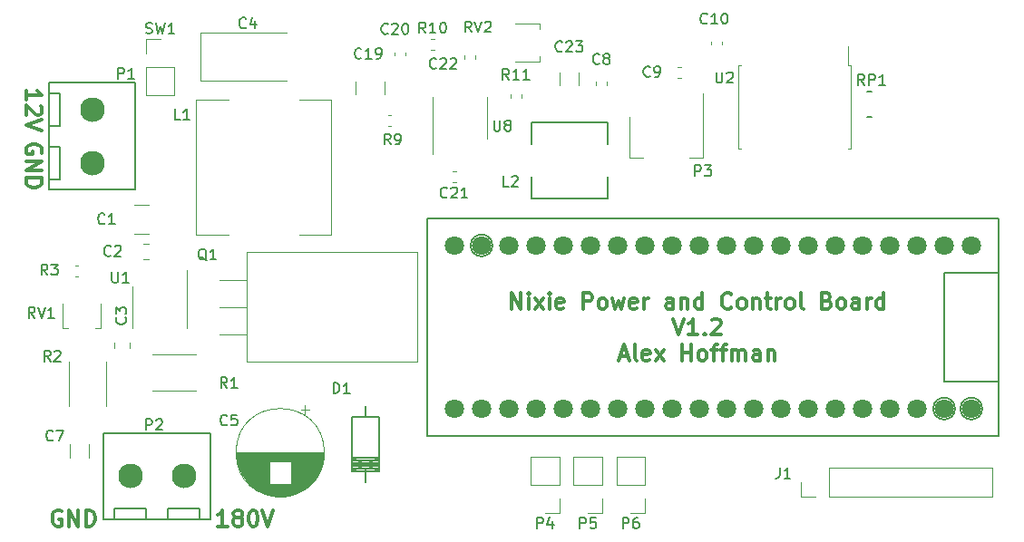
<source format=gto>
G04 #@! TF.GenerationSoftware,KiCad,Pcbnew,(6.0.5)*
G04 #@! TF.CreationDate,2022-05-31T00:33:45+02:00*
G04 #@! TF.ProjectId,nixie_control_board,6e697869-655f-4636-9f6e-74726f6c5f62,rev?*
G04 #@! TF.SameCoordinates,Original*
G04 #@! TF.FileFunction,Legend,Top*
G04 #@! TF.FilePolarity,Positive*
%FSLAX46Y46*%
G04 Gerber Fmt 4.6, Leading zero omitted, Abs format (unit mm)*
G04 Created by KiCad (PCBNEW (6.0.5)) date 2022-05-31 00:33:45*
%MOMM*%
%LPD*%
G01*
G04 APERTURE LIST*
%ADD10C,0.300000*%
%ADD11C,0.150000*%
%ADD12C,0.120000*%
%ADD13C,1.800000*%
%ADD14C,2.300000*%
G04 APERTURE END LIST*
D10*
X108452800Y-76301542D02*
X108524228Y-76158685D01*
X108524228Y-75944400D01*
X108452800Y-75730114D01*
X108309942Y-75587257D01*
X108167085Y-75515828D01*
X107881371Y-75444400D01*
X107667085Y-75444400D01*
X107381371Y-75515828D01*
X107238514Y-75587257D01*
X107095657Y-75730114D01*
X107024228Y-75944400D01*
X107024228Y-76087257D01*
X107095657Y-76301542D01*
X107167085Y-76372971D01*
X107667085Y-76372971D01*
X107667085Y-76087257D01*
X107024228Y-77015828D02*
X108524228Y-77015828D01*
X107024228Y-77872971D01*
X108524228Y-77872971D01*
X107024228Y-78587257D02*
X108524228Y-78587257D01*
X108524228Y-78944400D01*
X108452800Y-79158685D01*
X108309942Y-79301542D01*
X108167085Y-79372971D01*
X107881371Y-79444400D01*
X107667085Y-79444400D01*
X107381371Y-79372971D01*
X107238514Y-79301542D01*
X107095657Y-79158685D01*
X107024228Y-78944400D01*
X107024228Y-78587257D01*
X110324342Y-109694400D02*
X110181485Y-109622971D01*
X109967200Y-109622971D01*
X109752914Y-109694400D01*
X109610057Y-109837257D01*
X109538628Y-109980114D01*
X109467200Y-110265828D01*
X109467200Y-110480114D01*
X109538628Y-110765828D01*
X109610057Y-110908685D01*
X109752914Y-111051542D01*
X109967200Y-111122971D01*
X110110057Y-111122971D01*
X110324342Y-111051542D01*
X110395771Y-110980114D01*
X110395771Y-110480114D01*
X110110057Y-110480114D01*
X111038628Y-111122971D02*
X111038628Y-109622971D01*
X111895771Y-111122971D01*
X111895771Y-109622971D01*
X112610057Y-111122971D02*
X112610057Y-109622971D01*
X112967200Y-109622971D01*
X113181485Y-109694400D01*
X113324342Y-109837257D01*
X113395771Y-109980114D01*
X113467200Y-110265828D01*
X113467200Y-110480114D01*
X113395771Y-110765828D01*
X113324342Y-110908685D01*
X113181485Y-111051542D01*
X112967200Y-111122971D01*
X112610057Y-111122971D01*
X152380457Y-90821771D02*
X152380457Y-89321771D01*
X153237599Y-90821771D01*
X153237599Y-89321771D01*
X153951885Y-90821771D02*
X153951885Y-89821771D01*
X153951885Y-89321771D02*
X153880457Y-89393200D01*
X153951885Y-89464628D01*
X154023314Y-89393200D01*
X153951885Y-89321771D01*
X153951885Y-89464628D01*
X154523314Y-90821771D02*
X155309028Y-89821771D01*
X154523314Y-89821771D02*
X155309028Y-90821771D01*
X155880457Y-90821771D02*
X155880457Y-89821771D01*
X155880457Y-89321771D02*
X155809028Y-89393200D01*
X155880457Y-89464628D01*
X155951885Y-89393200D01*
X155880457Y-89321771D01*
X155880457Y-89464628D01*
X157166171Y-90750342D02*
X157023314Y-90821771D01*
X156737599Y-90821771D01*
X156594742Y-90750342D01*
X156523314Y-90607485D01*
X156523314Y-90036057D01*
X156594742Y-89893200D01*
X156737599Y-89821771D01*
X157023314Y-89821771D01*
X157166171Y-89893200D01*
X157237599Y-90036057D01*
X157237599Y-90178914D01*
X156523314Y-90321771D01*
X159023314Y-90821771D02*
X159023314Y-89321771D01*
X159594742Y-89321771D01*
X159737599Y-89393200D01*
X159809028Y-89464628D01*
X159880457Y-89607485D01*
X159880457Y-89821771D01*
X159809028Y-89964628D01*
X159737599Y-90036057D01*
X159594742Y-90107485D01*
X159023314Y-90107485D01*
X160737599Y-90821771D02*
X160594742Y-90750342D01*
X160523314Y-90678914D01*
X160451885Y-90536057D01*
X160451885Y-90107485D01*
X160523314Y-89964628D01*
X160594742Y-89893200D01*
X160737599Y-89821771D01*
X160951885Y-89821771D01*
X161094742Y-89893200D01*
X161166171Y-89964628D01*
X161237599Y-90107485D01*
X161237599Y-90536057D01*
X161166171Y-90678914D01*
X161094742Y-90750342D01*
X160951885Y-90821771D01*
X160737599Y-90821771D01*
X161737599Y-89821771D02*
X162023314Y-90821771D01*
X162309028Y-90107485D01*
X162594742Y-90821771D01*
X162880457Y-89821771D01*
X164023314Y-90750342D02*
X163880457Y-90821771D01*
X163594742Y-90821771D01*
X163451885Y-90750342D01*
X163380457Y-90607485D01*
X163380457Y-90036057D01*
X163451885Y-89893200D01*
X163594742Y-89821771D01*
X163880457Y-89821771D01*
X164023314Y-89893200D01*
X164094742Y-90036057D01*
X164094742Y-90178914D01*
X163380457Y-90321771D01*
X164737599Y-90821771D02*
X164737599Y-89821771D01*
X164737599Y-90107485D02*
X164809028Y-89964628D01*
X164880457Y-89893200D01*
X165023314Y-89821771D01*
X165166171Y-89821771D01*
X167451885Y-90821771D02*
X167451885Y-90036057D01*
X167380457Y-89893200D01*
X167237599Y-89821771D01*
X166951885Y-89821771D01*
X166809028Y-89893200D01*
X167451885Y-90750342D02*
X167309028Y-90821771D01*
X166951885Y-90821771D01*
X166809028Y-90750342D01*
X166737599Y-90607485D01*
X166737599Y-90464628D01*
X166809028Y-90321771D01*
X166951885Y-90250342D01*
X167309028Y-90250342D01*
X167451885Y-90178914D01*
X168166171Y-89821771D02*
X168166171Y-90821771D01*
X168166171Y-89964628D02*
X168237599Y-89893200D01*
X168380457Y-89821771D01*
X168594742Y-89821771D01*
X168737599Y-89893200D01*
X168809028Y-90036057D01*
X168809028Y-90821771D01*
X170166171Y-90821771D02*
X170166171Y-89321771D01*
X170166171Y-90750342D02*
X170023314Y-90821771D01*
X169737599Y-90821771D01*
X169594742Y-90750342D01*
X169523314Y-90678914D01*
X169451885Y-90536057D01*
X169451885Y-90107485D01*
X169523314Y-89964628D01*
X169594742Y-89893200D01*
X169737599Y-89821771D01*
X170023314Y-89821771D01*
X170166171Y-89893200D01*
X172880457Y-90678914D02*
X172809028Y-90750342D01*
X172594742Y-90821771D01*
X172451885Y-90821771D01*
X172237599Y-90750342D01*
X172094742Y-90607485D01*
X172023314Y-90464628D01*
X171951885Y-90178914D01*
X171951885Y-89964628D01*
X172023314Y-89678914D01*
X172094742Y-89536057D01*
X172237599Y-89393200D01*
X172451885Y-89321771D01*
X172594742Y-89321771D01*
X172809028Y-89393200D01*
X172880457Y-89464628D01*
X173737599Y-90821771D02*
X173594742Y-90750342D01*
X173523314Y-90678914D01*
X173451885Y-90536057D01*
X173451885Y-90107485D01*
X173523314Y-89964628D01*
X173594742Y-89893200D01*
X173737599Y-89821771D01*
X173951885Y-89821771D01*
X174094742Y-89893200D01*
X174166171Y-89964628D01*
X174237599Y-90107485D01*
X174237599Y-90536057D01*
X174166171Y-90678914D01*
X174094742Y-90750342D01*
X173951885Y-90821771D01*
X173737599Y-90821771D01*
X174880457Y-89821771D02*
X174880457Y-90821771D01*
X174880457Y-89964628D02*
X174951885Y-89893200D01*
X175094742Y-89821771D01*
X175309028Y-89821771D01*
X175451885Y-89893200D01*
X175523314Y-90036057D01*
X175523314Y-90821771D01*
X176023314Y-89821771D02*
X176594742Y-89821771D01*
X176237600Y-89321771D02*
X176237600Y-90607485D01*
X176309028Y-90750342D01*
X176451885Y-90821771D01*
X176594742Y-90821771D01*
X177094742Y-90821771D02*
X177094742Y-89821771D01*
X177094742Y-90107485D02*
X177166171Y-89964628D01*
X177237600Y-89893200D01*
X177380457Y-89821771D01*
X177523314Y-89821771D01*
X178237600Y-90821771D02*
X178094742Y-90750342D01*
X178023314Y-90678914D01*
X177951885Y-90536057D01*
X177951885Y-90107485D01*
X178023314Y-89964628D01*
X178094742Y-89893200D01*
X178237600Y-89821771D01*
X178451885Y-89821771D01*
X178594742Y-89893200D01*
X178666171Y-89964628D01*
X178737600Y-90107485D01*
X178737600Y-90536057D01*
X178666171Y-90678914D01*
X178594742Y-90750342D01*
X178451885Y-90821771D01*
X178237600Y-90821771D01*
X179594742Y-90821771D02*
X179451885Y-90750342D01*
X179380457Y-90607485D01*
X179380457Y-89321771D01*
X181809028Y-90036057D02*
X182023314Y-90107485D01*
X182094742Y-90178914D01*
X182166171Y-90321771D01*
X182166171Y-90536057D01*
X182094742Y-90678914D01*
X182023314Y-90750342D01*
X181880457Y-90821771D01*
X181309028Y-90821771D01*
X181309028Y-89321771D01*
X181809028Y-89321771D01*
X181951885Y-89393200D01*
X182023314Y-89464628D01*
X182094742Y-89607485D01*
X182094742Y-89750342D01*
X182023314Y-89893200D01*
X181951885Y-89964628D01*
X181809028Y-90036057D01*
X181309028Y-90036057D01*
X183023314Y-90821771D02*
X182880457Y-90750342D01*
X182809028Y-90678914D01*
X182737600Y-90536057D01*
X182737600Y-90107485D01*
X182809028Y-89964628D01*
X182880457Y-89893200D01*
X183023314Y-89821771D01*
X183237600Y-89821771D01*
X183380457Y-89893200D01*
X183451885Y-89964628D01*
X183523314Y-90107485D01*
X183523314Y-90536057D01*
X183451885Y-90678914D01*
X183380457Y-90750342D01*
X183237600Y-90821771D01*
X183023314Y-90821771D01*
X184809028Y-90821771D02*
X184809028Y-90036057D01*
X184737600Y-89893200D01*
X184594742Y-89821771D01*
X184309028Y-89821771D01*
X184166171Y-89893200D01*
X184809028Y-90750342D02*
X184666171Y-90821771D01*
X184309028Y-90821771D01*
X184166171Y-90750342D01*
X184094742Y-90607485D01*
X184094742Y-90464628D01*
X184166171Y-90321771D01*
X184309028Y-90250342D01*
X184666171Y-90250342D01*
X184809028Y-90178914D01*
X185523314Y-90821771D02*
X185523314Y-89821771D01*
X185523314Y-90107485D02*
X185594742Y-89964628D01*
X185666171Y-89893200D01*
X185809028Y-89821771D01*
X185951885Y-89821771D01*
X187094742Y-90821771D02*
X187094742Y-89321771D01*
X187094742Y-90750342D02*
X186951885Y-90821771D01*
X186666171Y-90821771D01*
X186523314Y-90750342D01*
X186451885Y-90678914D01*
X186380457Y-90536057D01*
X186380457Y-90107485D01*
X186451885Y-89964628D01*
X186523314Y-89893200D01*
X186666171Y-89821771D01*
X186951885Y-89821771D01*
X187094742Y-89893200D01*
X167451885Y-91736771D02*
X167951885Y-93236771D01*
X168451885Y-91736771D01*
X169737600Y-93236771D02*
X168880457Y-93236771D01*
X169309028Y-93236771D02*
X169309028Y-91736771D01*
X169166171Y-91951057D01*
X169023314Y-92093914D01*
X168880457Y-92165342D01*
X170380457Y-93093914D02*
X170451885Y-93165342D01*
X170380457Y-93236771D01*
X170309028Y-93165342D01*
X170380457Y-93093914D01*
X170380457Y-93236771D01*
X171023314Y-91879628D02*
X171094742Y-91808200D01*
X171237600Y-91736771D01*
X171594742Y-91736771D01*
X171737600Y-91808200D01*
X171809028Y-91879628D01*
X171880457Y-92022485D01*
X171880457Y-92165342D01*
X171809028Y-92379628D01*
X170951885Y-93236771D01*
X171880457Y-93236771D01*
X162487600Y-95223200D02*
X163201885Y-95223200D01*
X162344742Y-95651771D02*
X162844742Y-94151771D01*
X163344742Y-95651771D01*
X164059028Y-95651771D02*
X163916171Y-95580342D01*
X163844742Y-95437485D01*
X163844742Y-94151771D01*
X165201885Y-95580342D02*
X165059028Y-95651771D01*
X164773314Y-95651771D01*
X164630457Y-95580342D01*
X164559028Y-95437485D01*
X164559028Y-94866057D01*
X164630457Y-94723200D01*
X164773314Y-94651771D01*
X165059028Y-94651771D01*
X165201885Y-94723200D01*
X165273314Y-94866057D01*
X165273314Y-95008914D01*
X164559028Y-95151771D01*
X165773314Y-95651771D02*
X166559028Y-94651771D01*
X165773314Y-94651771D02*
X166559028Y-95651771D01*
X168273314Y-95651771D02*
X168273314Y-94151771D01*
X168273314Y-94866057D02*
X169130457Y-94866057D01*
X169130457Y-95651771D02*
X169130457Y-94151771D01*
X170059028Y-95651771D02*
X169916171Y-95580342D01*
X169844742Y-95508914D01*
X169773314Y-95366057D01*
X169773314Y-94937485D01*
X169844742Y-94794628D01*
X169916171Y-94723200D01*
X170059028Y-94651771D01*
X170273314Y-94651771D01*
X170416171Y-94723200D01*
X170487600Y-94794628D01*
X170559028Y-94937485D01*
X170559028Y-95366057D01*
X170487600Y-95508914D01*
X170416171Y-95580342D01*
X170273314Y-95651771D01*
X170059028Y-95651771D01*
X170987600Y-94651771D02*
X171559028Y-94651771D01*
X171201885Y-95651771D02*
X171201885Y-94366057D01*
X171273314Y-94223200D01*
X171416171Y-94151771D01*
X171559028Y-94151771D01*
X171844742Y-94651771D02*
X172416171Y-94651771D01*
X172059028Y-95651771D02*
X172059028Y-94366057D01*
X172130457Y-94223200D01*
X172273314Y-94151771D01*
X172416171Y-94151771D01*
X172916171Y-95651771D02*
X172916171Y-94651771D01*
X172916171Y-94794628D02*
X172987600Y-94723200D01*
X173130457Y-94651771D01*
X173344742Y-94651771D01*
X173487600Y-94723200D01*
X173559028Y-94866057D01*
X173559028Y-95651771D01*
X173559028Y-94866057D02*
X173630457Y-94723200D01*
X173773314Y-94651771D01*
X173987600Y-94651771D01*
X174130457Y-94723200D01*
X174201885Y-94866057D01*
X174201885Y-95651771D01*
X175559028Y-95651771D02*
X175559028Y-94866057D01*
X175487600Y-94723200D01*
X175344742Y-94651771D01*
X175059028Y-94651771D01*
X174916171Y-94723200D01*
X175559028Y-95580342D02*
X175416171Y-95651771D01*
X175059028Y-95651771D01*
X174916171Y-95580342D01*
X174844742Y-95437485D01*
X174844742Y-95294628D01*
X174916171Y-95151771D01*
X175059028Y-95080342D01*
X175416171Y-95080342D01*
X175559028Y-95008914D01*
X176273314Y-94651771D02*
X176273314Y-95651771D01*
X176273314Y-94794628D02*
X176344742Y-94723200D01*
X176487599Y-94651771D01*
X176701885Y-94651771D01*
X176844742Y-94723200D01*
X176916171Y-94866057D01*
X176916171Y-95651771D01*
X107024228Y-71265828D02*
X107024228Y-70408685D01*
X107024228Y-70837257D02*
X108524228Y-70837257D01*
X108309942Y-70694400D01*
X108167085Y-70551542D01*
X108095657Y-70408685D01*
X108381371Y-71837257D02*
X108452800Y-71908685D01*
X108524228Y-72051542D01*
X108524228Y-72408685D01*
X108452800Y-72551542D01*
X108381371Y-72622971D01*
X108238514Y-72694400D01*
X108095657Y-72694400D01*
X107881371Y-72622971D01*
X107024228Y-71765828D01*
X107024228Y-72694400D01*
X108524228Y-73122971D02*
X107024228Y-73622971D01*
X108524228Y-74122971D01*
X125809942Y-111122971D02*
X124952800Y-111122971D01*
X125381371Y-111122971D02*
X125381371Y-109622971D01*
X125238514Y-109837257D01*
X125095657Y-109980114D01*
X124952800Y-110051542D01*
X126667085Y-110265828D02*
X126524228Y-110194400D01*
X126452800Y-110122971D01*
X126381371Y-109980114D01*
X126381371Y-109908685D01*
X126452800Y-109765828D01*
X126524228Y-109694400D01*
X126667085Y-109622971D01*
X126952800Y-109622971D01*
X127095657Y-109694400D01*
X127167085Y-109765828D01*
X127238514Y-109908685D01*
X127238514Y-109980114D01*
X127167085Y-110122971D01*
X127095657Y-110194400D01*
X126952800Y-110265828D01*
X126667085Y-110265828D01*
X126524228Y-110337257D01*
X126452800Y-110408685D01*
X126381371Y-110551542D01*
X126381371Y-110837257D01*
X126452800Y-110980114D01*
X126524228Y-111051542D01*
X126667085Y-111122971D01*
X126952800Y-111122971D01*
X127095657Y-111051542D01*
X127167085Y-110980114D01*
X127238514Y-110837257D01*
X127238514Y-110551542D01*
X127167085Y-110408685D01*
X127095657Y-110337257D01*
X126952800Y-110265828D01*
X128167085Y-109622971D02*
X128309942Y-109622971D01*
X128452800Y-109694400D01*
X128524228Y-109765828D01*
X128595657Y-109908685D01*
X128667085Y-110194400D01*
X128667085Y-110551542D01*
X128595657Y-110837257D01*
X128524228Y-110980114D01*
X128452800Y-111051542D01*
X128309942Y-111122971D01*
X128167085Y-111122971D01*
X128024228Y-111051542D01*
X127952800Y-110980114D01*
X127881371Y-110837257D01*
X127809942Y-110551542D01*
X127809942Y-110194400D01*
X127881371Y-109908685D01*
X127952800Y-109765828D01*
X128024228Y-109694400D01*
X128167085Y-109622971D01*
X129095657Y-109622971D02*
X129595657Y-111122971D01*
X130095657Y-109622971D01*
D11*
X185286133Y-69896780D02*
X184952800Y-69420590D01*
X184714704Y-69896780D02*
X184714704Y-68896780D01*
X185095657Y-68896780D01*
X185190895Y-68944400D01*
X185238514Y-68992019D01*
X185286133Y-69087257D01*
X185286133Y-69230114D01*
X185238514Y-69325352D01*
X185190895Y-69372971D01*
X185095657Y-69420590D01*
X184714704Y-69420590D01*
X185714704Y-69896780D02*
X185714704Y-68896780D01*
X186095657Y-68896780D01*
X186190895Y-68944400D01*
X186238514Y-68992019D01*
X186286133Y-69087257D01*
X186286133Y-69230114D01*
X186238514Y-69325352D01*
X186190895Y-69372971D01*
X186095657Y-69420590D01*
X185714704Y-69420590D01*
X187238514Y-69896780D02*
X186667085Y-69896780D01*
X186952800Y-69896780D02*
X186952800Y-68896780D01*
X186857561Y-69039638D01*
X186762323Y-69134876D01*
X186667085Y-69182495D01*
X171455295Y-68703980D02*
X171455295Y-69513504D01*
X171502914Y-69608742D01*
X171550533Y-69656361D01*
X171645771Y-69703980D01*
X171836247Y-69703980D01*
X171931485Y-69656361D01*
X171979104Y-69608742D01*
X172026723Y-69513504D01*
X172026723Y-68703980D01*
X172455295Y-68799219D02*
X172502914Y-68751600D01*
X172598152Y-68703980D01*
X172836247Y-68703980D01*
X172931485Y-68751600D01*
X172979104Y-68799219D01*
X173026723Y-68894457D01*
X173026723Y-68989695D01*
X172979104Y-69132552D01*
X172407676Y-69703980D01*
X173026723Y-69703980D01*
X125800533Y-98203980D02*
X125467200Y-97727790D01*
X125229104Y-98203980D02*
X125229104Y-97203980D01*
X125610057Y-97203980D01*
X125705295Y-97251600D01*
X125752914Y-97299219D01*
X125800533Y-97394457D01*
X125800533Y-97537314D01*
X125752914Y-97632552D01*
X125705295Y-97680171D01*
X125610057Y-97727790D01*
X125229104Y-97727790D01*
X126752914Y-98203980D02*
X126181485Y-98203980D01*
X126467200Y-98203980D02*
X126467200Y-97203980D01*
X126371961Y-97346838D01*
X126276723Y-97442076D01*
X126181485Y-97489695D01*
X123871961Y-86299219D02*
X123776723Y-86251600D01*
X123681485Y-86156361D01*
X123538628Y-86013504D01*
X123443390Y-85965885D01*
X123348152Y-85965885D01*
X123395771Y-86203980D02*
X123300533Y-86156361D01*
X123205295Y-86061123D01*
X123157676Y-85870647D01*
X123157676Y-85537314D01*
X123205295Y-85346838D01*
X123300533Y-85251600D01*
X123395771Y-85203980D01*
X123586247Y-85203980D01*
X123681485Y-85251600D01*
X123776723Y-85346838D01*
X123824342Y-85537314D01*
X123824342Y-85870647D01*
X123776723Y-86061123D01*
X123681485Y-86156361D01*
X123586247Y-86203980D01*
X123395771Y-86203980D01*
X124776723Y-86203980D02*
X124205295Y-86203980D01*
X124491009Y-86203980D02*
X124491009Y-85203980D01*
X124395771Y-85346838D01*
X124300533Y-85442076D01*
X124205295Y-85489695D01*
X135729104Y-98703980D02*
X135729104Y-97703980D01*
X135967200Y-97703980D01*
X136110057Y-97751600D01*
X136205295Y-97846838D01*
X136252914Y-97942076D01*
X136300533Y-98132552D01*
X136300533Y-98275409D01*
X136252914Y-98465885D01*
X136205295Y-98561123D01*
X136110057Y-98656361D01*
X135967200Y-98703980D01*
X135729104Y-98703980D01*
X137252914Y-98703980D02*
X136681485Y-98703980D01*
X136967200Y-98703980D02*
X136967200Y-97703980D01*
X136871961Y-97846838D01*
X136776723Y-97942076D01*
X136681485Y-97989695D01*
X154729104Y-111308980D02*
X154729104Y-110308980D01*
X155110057Y-110308980D01*
X155205295Y-110356600D01*
X155252914Y-110404219D01*
X155300533Y-110499457D01*
X155300533Y-110642314D01*
X155252914Y-110737552D01*
X155205295Y-110785171D01*
X155110057Y-110832790D01*
X154729104Y-110832790D01*
X156157676Y-110642314D02*
X156157676Y-111308980D01*
X155919580Y-110261361D02*
X155681485Y-110975647D01*
X156300533Y-110975647D01*
X177369466Y-105646780D02*
X177369466Y-106361066D01*
X177321847Y-106503923D01*
X177226609Y-106599161D01*
X177083752Y-106646780D01*
X176988514Y-106646780D01*
X178369466Y-106646780D02*
X177798038Y-106646780D01*
X178083752Y-106646780D02*
X178083752Y-105646780D01*
X177988514Y-105789638D01*
X177893276Y-105884876D01*
X177798038Y-105932495D01*
X114361133Y-82801542D02*
X114313514Y-82849161D01*
X114170657Y-82896780D01*
X114075419Y-82896780D01*
X113932561Y-82849161D01*
X113837323Y-82753923D01*
X113789704Y-82658685D01*
X113742085Y-82468209D01*
X113742085Y-82325352D01*
X113789704Y-82134876D01*
X113837323Y-82039638D01*
X113932561Y-81944400D01*
X114075419Y-81896780D01*
X114170657Y-81896780D01*
X114313514Y-81944400D01*
X114361133Y-81992019D01*
X115313514Y-82896780D02*
X114742085Y-82896780D01*
X115027800Y-82896780D02*
X115027800Y-81896780D01*
X114932561Y-82039638D01*
X114837323Y-82134876D01*
X114742085Y-82182495D01*
X116309942Y-91611066D02*
X116357561Y-91658685D01*
X116405180Y-91801542D01*
X116405180Y-91896780D01*
X116357561Y-92039638D01*
X116262323Y-92134876D01*
X116167085Y-92182495D01*
X115976609Y-92230114D01*
X115833752Y-92230114D01*
X115643276Y-92182495D01*
X115548038Y-92134876D01*
X115452800Y-92039638D01*
X115405180Y-91896780D01*
X115405180Y-91801542D01*
X115452800Y-91658685D01*
X115500419Y-91611066D01*
X115405180Y-91277733D02*
X115405180Y-90658685D01*
X115786133Y-90992019D01*
X115786133Y-90849161D01*
X115833752Y-90753923D01*
X115881371Y-90706304D01*
X115976609Y-90658685D01*
X116214704Y-90658685D01*
X116309942Y-90706304D01*
X116357561Y-90753923D01*
X116405180Y-90849161D01*
X116405180Y-91134876D01*
X116357561Y-91230114D01*
X116309942Y-91277733D01*
X127550533Y-64508742D02*
X127502914Y-64556361D01*
X127360057Y-64603980D01*
X127264819Y-64603980D01*
X127121961Y-64556361D01*
X127026723Y-64461123D01*
X126979104Y-64365885D01*
X126931485Y-64175409D01*
X126931485Y-64032552D01*
X126979104Y-63842076D01*
X127026723Y-63746838D01*
X127121961Y-63651600D01*
X127264819Y-63603980D01*
X127360057Y-63603980D01*
X127502914Y-63651600D01*
X127550533Y-63699219D01*
X128407676Y-63937314D02*
X128407676Y-64603980D01*
X128169580Y-63556361D02*
X127931485Y-64270647D01*
X128550533Y-64270647D01*
X109536133Y-103051542D02*
X109488514Y-103099161D01*
X109345657Y-103146780D01*
X109250419Y-103146780D01*
X109107561Y-103099161D01*
X109012323Y-103003923D01*
X108964704Y-102908685D01*
X108917085Y-102718209D01*
X108917085Y-102575352D01*
X108964704Y-102384876D01*
X109012323Y-102289638D01*
X109107561Y-102194400D01*
X109250419Y-102146780D01*
X109345657Y-102146780D01*
X109488514Y-102194400D01*
X109536133Y-102242019D01*
X109869466Y-102146780D02*
X110536133Y-102146780D01*
X110107561Y-103146780D01*
X160550533Y-67878442D02*
X160502914Y-67926061D01*
X160360057Y-67973680D01*
X160264819Y-67973680D01*
X160121961Y-67926061D01*
X160026723Y-67830823D01*
X159979104Y-67735585D01*
X159931485Y-67545109D01*
X159931485Y-67402252D01*
X159979104Y-67211776D01*
X160026723Y-67116538D01*
X160121961Y-67021300D01*
X160264819Y-66973680D01*
X160360057Y-66973680D01*
X160502914Y-67021300D01*
X160550533Y-67068919D01*
X161121961Y-67402252D02*
X161026723Y-67354633D01*
X160979104Y-67307014D01*
X160931485Y-67211776D01*
X160931485Y-67164157D01*
X160979104Y-67068919D01*
X161026723Y-67021300D01*
X161121961Y-66973680D01*
X161312438Y-66973680D01*
X161407676Y-67021300D01*
X161455295Y-67068919D01*
X161502914Y-67164157D01*
X161502914Y-67211776D01*
X161455295Y-67307014D01*
X161407676Y-67354633D01*
X161312438Y-67402252D01*
X161121961Y-67402252D01*
X161026723Y-67449871D01*
X160979104Y-67497490D01*
X160931485Y-67592728D01*
X160931485Y-67783204D01*
X160979104Y-67878442D01*
X161026723Y-67926061D01*
X161121961Y-67973680D01*
X161312438Y-67973680D01*
X161407676Y-67926061D01*
X161455295Y-67878442D01*
X161502914Y-67783204D01*
X161502914Y-67592728D01*
X161455295Y-67497490D01*
X161407676Y-67449871D01*
X161312438Y-67402252D01*
X165286133Y-69051542D02*
X165238514Y-69099161D01*
X165095657Y-69146780D01*
X165000419Y-69146780D01*
X164857561Y-69099161D01*
X164762323Y-69003923D01*
X164714704Y-68908685D01*
X164667085Y-68718209D01*
X164667085Y-68575352D01*
X164714704Y-68384876D01*
X164762323Y-68289638D01*
X164857561Y-68194400D01*
X165000419Y-68146780D01*
X165095657Y-68146780D01*
X165238514Y-68194400D01*
X165286133Y-68242019D01*
X165762323Y-69146780D02*
X165952800Y-69146780D01*
X166048038Y-69099161D01*
X166095657Y-69051542D01*
X166190895Y-68908685D01*
X166238514Y-68718209D01*
X166238514Y-68337257D01*
X166190895Y-68242019D01*
X166143276Y-68194400D01*
X166048038Y-68146780D01*
X165857561Y-68146780D01*
X165762323Y-68194400D01*
X165714704Y-68242019D01*
X165667085Y-68337257D01*
X165667085Y-68575352D01*
X165714704Y-68670590D01*
X165762323Y-68718209D01*
X165857561Y-68765828D01*
X166048038Y-68765828D01*
X166143276Y-68718209D01*
X166190895Y-68670590D01*
X166238514Y-68575352D01*
X107849761Y-91646780D02*
X107516428Y-91170590D01*
X107278333Y-91646780D02*
X107278333Y-90646780D01*
X107659285Y-90646780D01*
X107754523Y-90694400D01*
X107802142Y-90742019D01*
X107849761Y-90837257D01*
X107849761Y-90980114D01*
X107802142Y-91075352D01*
X107754523Y-91122971D01*
X107659285Y-91170590D01*
X107278333Y-91170590D01*
X108135476Y-90646780D02*
X108468809Y-91646780D01*
X108802142Y-90646780D01*
X109659285Y-91646780D02*
X109087857Y-91646780D01*
X109373571Y-91646780D02*
X109373571Y-90646780D01*
X109278333Y-90789638D01*
X109183095Y-90884876D01*
X109087857Y-90932495D01*
X148621961Y-64953980D02*
X148288628Y-64477790D01*
X148050533Y-64953980D02*
X148050533Y-63953980D01*
X148431485Y-63953980D01*
X148526723Y-64001600D01*
X148574342Y-64049219D01*
X148621961Y-64144457D01*
X148621961Y-64287314D01*
X148574342Y-64382552D01*
X148526723Y-64430171D01*
X148431485Y-64477790D01*
X148050533Y-64477790D01*
X148907676Y-63953980D02*
X149241009Y-64953980D01*
X149574342Y-63953980D01*
X149860057Y-64049219D02*
X149907676Y-64001600D01*
X150002914Y-63953980D01*
X150241009Y-63953980D01*
X150336247Y-64001600D01*
X150383866Y-64049219D01*
X150431485Y-64144457D01*
X150431485Y-64239695D01*
X150383866Y-64382552D01*
X149812438Y-64953980D01*
X150431485Y-64953980D01*
X145309942Y-68301542D02*
X145262323Y-68349161D01*
X145119466Y-68396780D01*
X145024228Y-68396780D01*
X144881371Y-68349161D01*
X144786133Y-68253923D01*
X144738514Y-68158685D01*
X144690895Y-67968209D01*
X144690895Y-67825352D01*
X144738514Y-67634876D01*
X144786133Y-67539638D01*
X144881371Y-67444400D01*
X145024228Y-67396780D01*
X145119466Y-67396780D01*
X145262323Y-67444400D01*
X145309942Y-67492019D01*
X145690895Y-67492019D02*
X145738514Y-67444400D01*
X145833752Y-67396780D01*
X146071847Y-67396780D01*
X146167085Y-67444400D01*
X146214704Y-67492019D01*
X146262323Y-67587257D01*
X146262323Y-67682495D01*
X146214704Y-67825352D01*
X145643276Y-68396780D01*
X146262323Y-68396780D01*
X146643276Y-67492019D02*
X146690895Y-67444400D01*
X146786133Y-67396780D01*
X147024228Y-67396780D01*
X147119466Y-67444400D01*
X147167085Y-67492019D01*
X147214704Y-67587257D01*
X147214704Y-67682495D01*
X147167085Y-67825352D01*
X146595657Y-68396780D01*
X147214704Y-68396780D01*
X144324342Y-65046780D02*
X143991009Y-64570590D01*
X143752914Y-65046780D02*
X143752914Y-64046780D01*
X144133866Y-64046780D01*
X144229104Y-64094400D01*
X144276723Y-64142019D01*
X144324342Y-64237257D01*
X144324342Y-64380114D01*
X144276723Y-64475352D01*
X144229104Y-64522971D01*
X144133866Y-64570590D01*
X143752914Y-64570590D01*
X145276723Y-65046780D02*
X144705295Y-65046780D01*
X144991009Y-65046780D02*
X144991009Y-64046780D01*
X144895771Y-64189638D01*
X144800533Y-64284876D01*
X144705295Y-64332495D01*
X145895771Y-64046780D02*
X145991009Y-64046780D01*
X146086247Y-64094400D01*
X146133866Y-64142019D01*
X146181485Y-64237257D01*
X146229104Y-64427733D01*
X146229104Y-64665828D01*
X146181485Y-64856304D01*
X146133866Y-64951542D01*
X146086247Y-64999161D01*
X145991009Y-65046780D01*
X145895771Y-65046780D01*
X145800533Y-64999161D01*
X145752914Y-64951542D01*
X145705295Y-64856304D01*
X145657676Y-64665828D01*
X145657676Y-64427733D01*
X145705295Y-64237257D01*
X145752914Y-64142019D01*
X145800533Y-64094400D01*
X145895771Y-64046780D01*
X152086133Y-79396780D02*
X151609942Y-79396780D01*
X151609942Y-78396780D01*
X152371847Y-78492019D02*
X152419466Y-78444400D01*
X152514704Y-78396780D01*
X152752800Y-78396780D01*
X152848038Y-78444400D01*
X152895657Y-78492019D01*
X152943276Y-78587257D01*
X152943276Y-78682495D01*
X152895657Y-78825352D01*
X152324228Y-79396780D01*
X152943276Y-79396780D01*
X150705295Y-73203980D02*
X150705295Y-74013504D01*
X150752914Y-74108742D01*
X150800533Y-74156361D01*
X150895771Y-74203980D01*
X151086247Y-74203980D01*
X151181485Y-74156361D01*
X151229104Y-74108742D01*
X151276723Y-74013504D01*
X151276723Y-73203980D01*
X151895771Y-73632552D02*
X151800533Y-73584933D01*
X151752914Y-73537314D01*
X151705295Y-73442076D01*
X151705295Y-73394457D01*
X151752914Y-73299219D01*
X151800533Y-73251600D01*
X151895771Y-73203980D01*
X152086247Y-73203980D01*
X152181485Y-73251600D01*
X152229104Y-73299219D01*
X152276723Y-73394457D01*
X152276723Y-73442076D01*
X152229104Y-73537314D01*
X152181485Y-73584933D01*
X152086247Y-73632552D01*
X151895771Y-73632552D01*
X151800533Y-73680171D01*
X151752914Y-73727790D01*
X151705295Y-73823028D01*
X151705295Y-74013504D01*
X151752914Y-74108742D01*
X151800533Y-74156361D01*
X151895771Y-74203980D01*
X152086247Y-74203980D01*
X152181485Y-74156361D01*
X152229104Y-74108742D01*
X152276723Y-74013504D01*
X152276723Y-73823028D01*
X152229104Y-73727790D01*
X152181485Y-73680171D01*
X152086247Y-73632552D01*
X146324342Y-80358742D02*
X146276723Y-80406361D01*
X146133866Y-80453980D01*
X146038628Y-80453980D01*
X145895771Y-80406361D01*
X145800533Y-80311123D01*
X145752914Y-80215885D01*
X145705295Y-80025409D01*
X145705295Y-79882552D01*
X145752914Y-79692076D01*
X145800533Y-79596838D01*
X145895771Y-79501600D01*
X146038628Y-79453980D01*
X146133866Y-79453980D01*
X146276723Y-79501600D01*
X146324342Y-79549219D01*
X146705295Y-79549219D02*
X146752914Y-79501600D01*
X146848152Y-79453980D01*
X147086247Y-79453980D01*
X147181485Y-79501600D01*
X147229104Y-79549219D01*
X147276723Y-79644457D01*
X147276723Y-79739695D01*
X147229104Y-79882552D01*
X146657676Y-80453980D01*
X147276723Y-80453980D01*
X148229104Y-80453980D02*
X147657676Y-80453980D01*
X147943390Y-80453980D02*
X147943390Y-79453980D01*
X147848152Y-79596838D01*
X147752914Y-79692076D01*
X147657676Y-79739695D01*
X138324342Y-67358742D02*
X138276723Y-67406361D01*
X138133866Y-67453980D01*
X138038628Y-67453980D01*
X137895771Y-67406361D01*
X137800533Y-67311123D01*
X137752914Y-67215885D01*
X137705295Y-67025409D01*
X137705295Y-66882552D01*
X137752914Y-66692076D01*
X137800533Y-66596838D01*
X137895771Y-66501600D01*
X138038628Y-66453980D01*
X138133866Y-66453980D01*
X138276723Y-66501600D01*
X138324342Y-66549219D01*
X139276723Y-67453980D02*
X138705295Y-67453980D01*
X138991009Y-67453980D02*
X138991009Y-66453980D01*
X138895771Y-66596838D01*
X138800533Y-66692076D01*
X138705295Y-66739695D01*
X139752914Y-67453980D02*
X139943390Y-67453980D01*
X140038628Y-67406361D01*
X140086247Y-67358742D01*
X140181485Y-67215885D01*
X140229104Y-67025409D01*
X140229104Y-66644457D01*
X140181485Y-66549219D01*
X140133866Y-66501600D01*
X140038628Y-66453980D01*
X139848152Y-66453980D01*
X139752914Y-66501600D01*
X139705295Y-66549219D01*
X139657676Y-66644457D01*
X139657676Y-66882552D01*
X139705295Y-66977790D01*
X139752914Y-67025409D01*
X139848152Y-67073028D01*
X140038628Y-67073028D01*
X140133866Y-67025409D01*
X140181485Y-66977790D01*
X140229104Y-66882552D01*
X121436133Y-73146780D02*
X120959942Y-73146780D01*
X120959942Y-72146780D01*
X122293276Y-73146780D02*
X121721847Y-73146780D01*
X122007561Y-73146780D02*
X122007561Y-72146780D01*
X121912323Y-72289638D01*
X121817085Y-72384876D01*
X121721847Y-72432495D01*
X170609942Y-64108742D02*
X170562323Y-64156361D01*
X170419466Y-64203980D01*
X170324228Y-64203980D01*
X170181371Y-64156361D01*
X170086133Y-64061123D01*
X170038514Y-63965885D01*
X169990895Y-63775409D01*
X169990895Y-63632552D01*
X170038514Y-63442076D01*
X170086133Y-63346838D01*
X170181371Y-63251600D01*
X170324228Y-63203980D01*
X170419466Y-63203980D01*
X170562323Y-63251600D01*
X170609942Y-63299219D01*
X171562323Y-64203980D02*
X170990895Y-64203980D01*
X171276609Y-64203980D02*
X171276609Y-63203980D01*
X171181371Y-63346838D01*
X171086133Y-63442076D01*
X170990895Y-63489695D01*
X172181371Y-63203980D02*
X172276609Y-63203980D01*
X172371847Y-63251600D01*
X172419466Y-63299219D01*
X172467085Y-63394457D01*
X172514704Y-63584933D01*
X172514704Y-63823028D01*
X172467085Y-64013504D01*
X172419466Y-64108742D01*
X172371847Y-64156361D01*
X172276609Y-64203980D01*
X172181371Y-64203980D01*
X172086133Y-64156361D01*
X172038514Y-64108742D01*
X171990895Y-64013504D01*
X171943276Y-63823028D01*
X171943276Y-63584933D01*
X171990895Y-63394457D01*
X172038514Y-63299219D01*
X172086133Y-63251600D01*
X172181371Y-63203980D01*
X125800533Y-101608742D02*
X125752914Y-101656361D01*
X125610057Y-101703980D01*
X125514819Y-101703980D01*
X125371961Y-101656361D01*
X125276723Y-101561123D01*
X125229104Y-101465885D01*
X125181485Y-101275409D01*
X125181485Y-101132552D01*
X125229104Y-100942076D01*
X125276723Y-100846838D01*
X125371961Y-100751600D01*
X125514819Y-100703980D01*
X125610057Y-100703980D01*
X125752914Y-100751600D01*
X125800533Y-100799219D01*
X126705295Y-100703980D02*
X126229104Y-100703980D01*
X126181485Y-101180171D01*
X126229104Y-101132552D01*
X126324342Y-101084933D01*
X126562438Y-101084933D01*
X126657676Y-101132552D01*
X126705295Y-101180171D01*
X126752914Y-101275409D01*
X126752914Y-101513504D01*
X126705295Y-101608742D01*
X126657676Y-101656361D01*
X126562438Y-101703980D01*
X126324342Y-101703980D01*
X126229104Y-101656361D01*
X126181485Y-101608742D01*
X109036133Y-87646780D02*
X108702800Y-87170590D01*
X108464704Y-87646780D02*
X108464704Y-86646780D01*
X108845657Y-86646780D01*
X108940895Y-86694400D01*
X108988514Y-86742019D01*
X109036133Y-86837257D01*
X109036133Y-86980114D01*
X108988514Y-87075352D01*
X108940895Y-87122971D01*
X108845657Y-87170590D01*
X108464704Y-87170590D01*
X109369466Y-86646780D02*
X109988514Y-86646780D01*
X109655180Y-87027733D01*
X109798038Y-87027733D01*
X109893276Y-87075352D01*
X109940895Y-87122971D01*
X109988514Y-87218209D01*
X109988514Y-87456304D01*
X109940895Y-87551542D01*
X109893276Y-87599161D01*
X109798038Y-87646780D01*
X109512323Y-87646780D01*
X109417085Y-87599161D01*
X109369466Y-87551542D01*
X109300533Y-95703980D02*
X108967200Y-95227790D01*
X108729104Y-95703980D02*
X108729104Y-94703980D01*
X109110057Y-94703980D01*
X109205295Y-94751600D01*
X109252914Y-94799219D01*
X109300533Y-94894457D01*
X109300533Y-95037314D01*
X109252914Y-95132552D01*
X109205295Y-95180171D01*
X109110057Y-95227790D01*
X108729104Y-95227790D01*
X109681485Y-94799219D02*
X109729104Y-94751600D01*
X109824342Y-94703980D01*
X110062438Y-94703980D01*
X110157676Y-94751600D01*
X110205295Y-94799219D01*
X110252914Y-94894457D01*
X110252914Y-94989695D01*
X110205295Y-95132552D01*
X109633866Y-95703980D01*
X110252914Y-95703980D01*
X140809942Y-65051542D02*
X140762323Y-65099161D01*
X140619466Y-65146780D01*
X140524228Y-65146780D01*
X140381371Y-65099161D01*
X140286133Y-65003923D01*
X140238514Y-64908685D01*
X140190895Y-64718209D01*
X140190895Y-64575352D01*
X140238514Y-64384876D01*
X140286133Y-64289638D01*
X140381371Y-64194400D01*
X140524228Y-64146780D01*
X140619466Y-64146780D01*
X140762323Y-64194400D01*
X140809942Y-64242019D01*
X141190895Y-64242019D02*
X141238514Y-64194400D01*
X141333752Y-64146780D01*
X141571847Y-64146780D01*
X141667085Y-64194400D01*
X141714704Y-64242019D01*
X141762323Y-64337257D01*
X141762323Y-64432495D01*
X141714704Y-64575352D01*
X141143276Y-65146780D01*
X141762323Y-65146780D01*
X142381371Y-64146780D02*
X142476609Y-64146780D01*
X142571847Y-64194400D01*
X142619466Y-64242019D01*
X142667085Y-64337257D01*
X142714704Y-64527733D01*
X142714704Y-64765828D01*
X142667085Y-64956304D01*
X142619466Y-65051542D01*
X142571847Y-65099161D01*
X142476609Y-65146780D01*
X142381371Y-65146780D01*
X142286133Y-65099161D01*
X142238514Y-65051542D01*
X142190895Y-64956304D01*
X142143276Y-64765828D01*
X142143276Y-64527733D01*
X142190895Y-64337257D01*
X142238514Y-64242019D01*
X142286133Y-64194400D01*
X142381371Y-64146780D01*
X157074342Y-66708742D02*
X157026723Y-66756361D01*
X156883866Y-66803980D01*
X156788628Y-66803980D01*
X156645771Y-66756361D01*
X156550533Y-66661123D01*
X156502914Y-66565885D01*
X156455295Y-66375409D01*
X156455295Y-66232552D01*
X156502914Y-66042076D01*
X156550533Y-65946838D01*
X156645771Y-65851600D01*
X156788628Y-65803980D01*
X156883866Y-65803980D01*
X157026723Y-65851600D01*
X157074342Y-65899219D01*
X157455295Y-65899219D02*
X157502914Y-65851600D01*
X157598152Y-65803980D01*
X157836247Y-65803980D01*
X157931485Y-65851600D01*
X157979104Y-65899219D01*
X158026723Y-65994457D01*
X158026723Y-66089695D01*
X157979104Y-66232552D01*
X157407676Y-66803980D01*
X158026723Y-66803980D01*
X158360057Y-65803980D02*
X158979104Y-65803980D01*
X158645771Y-66184933D01*
X158788628Y-66184933D01*
X158883866Y-66232552D01*
X158931485Y-66280171D01*
X158979104Y-66375409D01*
X158979104Y-66613504D01*
X158931485Y-66708742D01*
X158883866Y-66756361D01*
X158788628Y-66803980D01*
X158502914Y-66803980D01*
X158407676Y-66756361D01*
X158360057Y-66708742D01*
X152109942Y-69396780D02*
X151776609Y-68920590D01*
X151538514Y-69396780D02*
X151538514Y-68396780D01*
X151919466Y-68396780D01*
X152014704Y-68444400D01*
X152062323Y-68492019D01*
X152109942Y-68587257D01*
X152109942Y-68730114D01*
X152062323Y-68825352D01*
X152014704Y-68872971D01*
X151919466Y-68920590D01*
X151538514Y-68920590D01*
X153062323Y-69396780D02*
X152490895Y-69396780D01*
X152776609Y-69396780D02*
X152776609Y-68396780D01*
X152681371Y-68539638D01*
X152586133Y-68634876D01*
X152490895Y-68682495D01*
X154014704Y-69396780D02*
X153443276Y-69396780D01*
X153728990Y-69396780D02*
X153728990Y-68396780D01*
X153633752Y-68539638D01*
X153538514Y-68634876D01*
X153443276Y-68682495D01*
X141050533Y-75453980D02*
X140717200Y-74977790D01*
X140479104Y-75453980D02*
X140479104Y-74453980D01*
X140860057Y-74453980D01*
X140955295Y-74501600D01*
X141002914Y-74549219D01*
X141050533Y-74644457D01*
X141050533Y-74787314D01*
X141002914Y-74882552D01*
X140955295Y-74930171D01*
X140860057Y-74977790D01*
X140479104Y-74977790D01*
X141526723Y-75453980D02*
X141717200Y-75453980D01*
X141812438Y-75406361D01*
X141860057Y-75358742D01*
X141955295Y-75215885D01*
X142002914Y-75025409D01*
X142002914Y-74644457D01*
X141955295Y-74549219D01*
X141907676Y-74501600D01*
X141812438Y-74453980D01*
X141621961Y-74453980D01*
X141526723Y-74501600D01*
X141479104Y-74549219D01*
X141431485Y-74644457D01*
X141431485Y-74882552D01*
X141479104Y-74977790D01*
X141526723Y-75025409D01*
X141621961Y-75073028D01*
X141812438Y-75073028D01*
X141907676Y-75025409D01*
X141955295Y-74977790D01*
X142002914Y-74882552D01*
X114936133Y-85801542D02*
X114888514Y-85849161D01*
X114745657Y-85896780D01*
X114650419Y-85896780D01*
X114507561Y-85849161D01*
X114412323Y-85753923D01*
X114364704Y-85658685D01*
X114317085Y-85468209D01*
X114317085Y-85325352D01*
X114364704Y-85134876D01*
X114412323Y-85039638D01*
X114507561Y-84944400D01*
X114650419Y-84896780D01*
X114745657Y-84896780D01*
X114888514Y-84944400D01*
X114936133Y-84992019D01*
X115317085Y-84992019D02*
X115364704Y-84944400D01*
X115459942Y-84896780D01*
X115698038Y-84896780D01*
X115793276Y-84944400D01*
X115840895Y-84992019D01*
X115888514Y-85087257D01*
X115888514Y-85182495D01*
X115840895Y-85325352D01*
X115269466Y-85896780D01*
X115888514Y-85896780D01*
X169462204Y-78396780D02*
X169462204Y-77396780D01*
X169843157Y-77396780D01*
X169938395Y-77444400D01*
X169986014Y-77492019D01*
X170033633Y-77587257D01*
X170033633Y-77730114D01*
X169986014Y-77825352D01*
X169938395Y-77872971D01*
X169843157Y-77920590D01*
X169462204Y-77920590D01*
X170366966Y-77396780D02*
X170986014Y-77396780D01*
X170652680Y-77777733D01*
X170795538Y-77777733D01*
X170890776Y-77825352D01*
X170938395Y-77872971D01*
X170986014Y-77968209D01*
X170986014Y-78206304D01*
X170938395Y-78301542D01*
X170890776Y-78349161D01*
X170795538Y-78396780D01*
X170509823Y-78396780D01*
X170414585Y-78349161D01*
X170366966Y-78301542D01*
X118229104Y-102113580D02*
X118229104Y-101113580D01*
X118610057Y-101113580D01*
X118705295Y-101161200D01*
X118752914Y-101208819D01*
X118800533Y-101304057D01*
X118800533Y-101446914D01*
X118752914Y-101542152D01*
X118705295Y-101589771D01*
X118610057Y-101637390D01*
X118229104Y-101637390D01*
X119181485Y-101208819D02*
X119229104Y-101161200D01*
X119324342Y-101113580D01*
X119562438Y-101113580D01*
X119657676Y-101161200D01*
X119705295Y-101208819D01*
X119752914Y-101304057D01*
X119752914Y-101399295D01*
X119705295Y-101542152D01*
X119133866Y-102113580D01*
X119752914Y-102113580D01*
X162729104Y-111308980D02*
X162729104Y-110308980D01*
X163110057Y-110308980D01*
X163205295Y-110356600D01*
X163252914Y-110404219D01*
X163300533Y-110499457D01*
X163300533Y-110642314D01*
X163252914Y-110737552D01*
X163205295Y-110785171D01*
X163110057Y-110832790D01*
X162729104Y-110832790D01*
X164157676Y-110308980D02*
X163967200Y-110308980D01*
X163871961Y-110356600D01*
X163824342Y-110404219D01*
X163729104Y-110547076D01*
X163681485Y-110737552D01*
X163681485Y-111118504D01*
X163729104Y-111213742D01*
X163776723Y-111261361D01*
X163871961Y-111308980D01*
X164062438Y-111308980D01*
X164157676Y-111261361D01*
X164205295Y-111213742D01*
X164252914Y-111118504D01*
X164252914Y-110880409D01*
X164205295Y-110785171D01*
X164157676Y-110737552D01*
X164062438Y-110689933D01*
X163871961Y-110689933D01*
X163776723Y-110737552D01*
X163729104Y-110785171D01*
X163681485Y-110880409D01*
X115614304Y-69304780D02*
X115614304Y-68304780D01*
X115995257Y-68304780D01*
X116090495Y-68352400D01*
X116138114Y-68400019D01*
X116185733Y-68495257D01*
X116185733Y-68638114D01*
X116138114Y-68733352D01*
X116090495Y-68780971D01*
X115995257Y-68828590D01*
X115614304Y-68828590D01*
X117138114Y-69304780D02*
X116566685Y-69304780D01*
X116852400Y-69304780D02*
X116852400Y-68304780D01*
X116757161Y-68447638D01*
X116661923Y-68542876D01*
X116566685Y-68590495D01*
X115040895Y-87346780D02*
X115040895Y-88156304D01*
X115088514Y-88251542D01*
X115136133Y-88299161D01*
X115231371Y-88346780D01*
X115421847Y-88346780D01*
X115517085Y-88299161D01*
X115564704Y-88251542D01*
X115612323Y-88156304D01*
X115612323Y-87346780D01*
X116612323Y-88346780D02*
X116040895Y-88346780D01*
X116326609Y-88346780D02*
X116326609Y-87346780D01*
X116231371Y-87489638D01*
X116136133Y-87584876D01*
X116040895Y-87632495D01*
X118219466Y-65044161D02*
X118362323Y-65091780D01*
X118600419Y-65091780D01*
X118695657Y-65044161D01*
X118743276Y-64996542D01*
X118790895Y-64901304D01*
X118790895Y-64806066D01*
X118743276Y-64710828D01*
X118695657Y-64663209D01*
X118600419Y-64615590D01*
X118409942Y-64567971D01*
X118314704Y-64520352D01*
X118267085Y-64472733D01*
X118219466Y-64377495D01*
X118219466Y-64282257D01*
X118267085Y-64187019D01*
X118314704Y-64139400D01*
X118409942Y-64091780D01*
X118648038Y-64091780D01*
X118790895Y-64139400D01*
X119124228Y-64091780D02*
X119362323Y-65091780D01*
X119552800Y-64377495D01*
X119743276Y-65091780D01*
X119981371Y-64091780D01*
X120886133Y-65091780D02*
X120314704Y-65091780D01*
X120600419Y-65091780D02*
X120600419Y-64091780D01*
X120505180Y-64234638D01*
X120409942Y-64329876D01*
X120314704Y-64377495D01*
X158729104Y-111308980D02*
X158729104Y-110308980D01*
X159110057Y-110308980D01*
X159205295Y-110356600D01*
X159252914Y-110404219D01*
X159300533Y-110499457D01*
X159300533Y-110642314D01*
X159252914Y-110737552D01*
X159205295Y-110785171D01*
X159110057Y-110832790D01*
X158729104Y-110832790D01*
X160205295Y-110308980D02*
X159729104Y-110308980D01*
X159681485Y-110785171D01*
X159729104Y-110737552D01*
X159824342Y-110689933D01*
X160062438Y-110689933D01*
X160157676Y-110737552D01*
X160205295Y-110785171D01*
X160252914Y-110880409D01*
X160252914Y-111118504D01*
X160205295Y-111213742D01*
X160157676Y-111261361D01*
X160062438Y-111308980D01*
X159824342Y-111308980D01*
X159729104Y-111261361D01*
X159681485Y-111213742D01*
X185502800Y-72869400D02*
X186002800Y-72869400D01*
X185502800Y-70519400D02*
X186002800Y-70519400D01*
X144471000Y-82353800D02*
X197811000Y-82353800D01*
X144471000Y-102673800D02*
X144471000Y-82353800D01*
X197811000Y-102673800D02*
X144471000Y-102673800D01*
X197811000Y-82353800D02*
X197811000Y-102673800D01*
X197811000Y-97593800D02*
X192731000Y-97593800D01*
X192731000Y-87433800D02*
X197811000Y-87433800D01*
X192731000Y-89973800D02*
X192731000Y-87433800D01*
X192731000Y-97593800D02*
X192731000Y-89973800D01*
X193740600Y-100127400D02*
G75*
G03*
X193740600Y-100127400I-1016000J0D01*
G01*
X196280600Y-100127400D02*
G75*
G03*
X196280600Y-100127400I-1016000J0D01*
G01*
X150560600Y-84887400D02*
G75*
G03*
X150560600Y-84887400I-1016000J0D01*
G01*
D12*
X184012800Y-68084400D02*
X183757800Y-68084400D01*
X184012800Y-71944400D02*
X184012800Y-68084400D01*
X184012800Y-75804400D02*
X183757800Y-75804400D01*
X173492800Y-71944400D02*
X173492800Y-68084400D01*
X173492800Y-68084400D02*
X173747800Y-68084400D01*
X183757800Y-68084400D02*
X183757800Y-66269400D01*
X173492800Y-71944400D02*
X173492800Y-75804400D01*
X184012800Y-71944400D02*
X184012800Y-75804400D01*
X173492800Y-75804400D02*
X173747800Y-75804400D01*
X122899064Y-98484600D02*
X118794936Y-98484600D01*
X122899064Y-95064600D02*
X118794936Y-95064600D01*
X127612800Y-88104400D02*
X125072800Y-88104400D01*
X127612800Y-90644400D02*
X125072800Y-90644400D01*
X143502800Y-85524400D02*
X143502800Y-95764400D01*
X143502800Y-95764400D02*
X127612800Y-95764400D01*
X143502800Y-85524400D02*
X127612800Y-85524400D01*
X127612800Y-93184400D02*
X125072800Y-93184400D01*
X127612800Y-85524400D02*
X127612800Y-95764400D01*
D11*
X137482800Y-105730400D02*
X140022800Y-105730400D01*
X137482800Y-105222400D02*
X140022800Y-105222400D01*
X137482800Y-104714400D02*
X140022800Y-105984400D01*
X138752800Y-105730400D02*
X138752800Y-107000400D01*
X137482800Y-105476400D02*
X140022800Y-105476400D01*
X140022800Y-100904400D02*
X140022800Y-105984400D01*
X137482800Y-105984400D02*
X140022800Y-104714400D01*
X137482800Y-104714400D02*
X140022800Y-104714400D01*
X140022800Y-105984400D02*
X137482800Y-105984400D01*
X137482800Y-105984400D02*
X137482800Y-100904400D01*
X138752800Y-100904400D02*
X138752800Y-99888400D01*
X137482800Y-100904400D02*
X140022800Y-100904400D01*
X137482800Y-104968400D02*
X140022800Y-104968400D01*
X137482800Y-105349400D02*
X140022800Y-105349400D01*
D12*
X156797200Y-104656600D02*
X154137200Y-104656600D01*
X154137200Y-107256600D02*
X154137200Y-104656600D01*
X156797200Y-109856600D02*
X155467200Y-109856600D01*
X156797200Y-108526600D02*
X156797200Y-109856600D01*
X156797200Y-107256600D02*
X156797200Y-104656600D01*
X156797200Y-107256600D02*
X154137200Y-107256600D01*
X180677200Y-108331600D02*
X179347200Y-108331600D01*
X181947200Y-108331600D02*
X181947200Y-105671600D01*
X181947200Y-108331600D02*
X197247200Y-108331600D01*
X179347200Y-108331600D02*
X179347200Y-107001600D01*
X197247200Y-108331600D02*
X197247200Y-105671600D01*
X181947200Y-105671600D02*
X197247200Y-105671600D01*
X118514052Y-83804400D02*
X117091548Y-83804400D01*
X118514052Y-81084400D02*
X117091548Y-81084400D01*
X115267800Y-93933148D02*
X115267800Y-94455652D01*
X116737800Y-93933148D02*
X116737800Y-94455652D01*
X123307200Y-64991600D02*
X123307200Y-69511600D01*
X123307200Y-69511600D02*
X131367200Y-69511600D01*
X131367200Y-64991600D02*
X123307200Y-64991600D01*
X112900700Y-103484736D02*
X112900700Y-104688864D01*
X111080700Y-103484736D02*
X111080700Y-104688864D01*
X160242800Y-69588821D02*
X160242800Y-69914379D01*
X161262800Y-69588821D02*
X161262800Y-69914379D01*
X167877521Y-68240650D02*
X168203079Y-68240650D01*
X167877521Y-69260650D02*
X168203079Y-69260650D01*
X110932800Y-92581000D02*
X110422800Y-92581000D01*
X113982800Y-90301000D02*
X113982800Y-92581000D01*
X113982800Y-92581000D02*
X113472800Y-92581000D01*
X110422800Y-92581000D02*
X110422800Y-90301000D01*
X155002800Y-67724400D02*
X152722800Y-67724400D01*
X152722800Y-64164400D02*
X155002800Y-64164400D01*
X155002800Y-67214400D02*
X155002800Y-67724400D01*
X155002800Y-64164400D02*
X155002800Y-64674400D01*
X148977200Y-67131621D02*
X148977200Y-67457179D01*
X147957200Y-67131621D02*
X147957200Y-67457179D01*
X144804421Y-66604400D02*
X145129979Y-66604400D01*
X144804421Y-65584400D02*
X145129979Y-65584400D01*
D11*
X154202800Y-78444400D02*
X154202800Y-80494400D01*
X161302800Y-73394400D02*
X161302800Y-75444400D01*
X154202800Y-75444400D02*
X154202800Y-73394400D01*
X154202800Y-73394400D02*
X161302800Y-73394400D01*
X154202800Y-80494400D02*
X161302800Y-80494400D01*
X161302800Y-80494400D02*
X161302800Y-78444400D01*
D12*
X144942800Y-72944400D02*
X144942800Y-76394400D01*
X150062800Y-72944400D02*
X150062800Y-74894400D01*
X150062800Y-72944400D02*
X150062800Y-70994400D01*
X144942800Y-72944400D02*
X144942800Y-70994400D01*
X147165579Y-77934400D02*
X146840021Y-77934400D01*
X147165579Y-78954400D02*
X146840021Y-78954400D01*
X140512800Y-70746464D02*
X140512800Y-69542336D01*
X137792800Y-70746464D02*
X137792800Y-69542336D01*
X122902800Y-71294400D02*
X125902800Y-71294400D01*
X135502800Y-83894400D02*
X132502800Y-83894400D01*
X135502800Y-71294400D02*
X135502800Y-83894400D01*
X132502800Y-71294400D02*
X135502800Y-71294400D01*
X122902800Y-83894400D02*
X122902800Y-71294400D01*
X125902800Y-83894400D02*
X122902800Y-83894400D01*
X172012800Y-65861020D02*
X172012800Y-66142180D01*
X170992800Y-65861020D02*
X170992800Y-66142180D01*
X134823800Y-104521749D02*
X126681800Y-104521749D01*
X134754800Y-105042749D02*
X126750800Y-105042749D01*
X133308800Y-107442749D02*
X128196800Y-107442749D01*
X133152800Y-107562749D02*
X128352800Y-107562749D01*
X134117800Y-106562749D02*
X131792800Y-106562749D01*
X134542800Y-105762749D02*
X131792800Y-105762749D01*
X134709800Y-105242749D02*
X131792800Y-105242749D01*
X129712800Y-106802749D02*
X127563800Y-106802749D01*
X129712800Y-106442749D02*
X127308800Y-106442749D01*
X134602800Y-105602749D02*
X131792800Y-105602749D01*
X129712800Y-106962749D02*
X127697800Y-106962749D01*
X129712800Y-106522749D02*
X127360800Y-106522749D01*
X129712800Y-106682749D02*
X127472800Y-106682749D01*
X132980800Y-107682749D02*
X128524800Y-107682749D01*
X129712800Y-106162749D02*
X127146800Y-106162749D01*
X134769800Y-104962749D02*
X126735800Y-104962749D01*
X131285800Y-108322749D02*
X130219800Y-108322749D01*
X132854800Y-107762749D02*
X128650800Y-107762749D01*
X134474800Y-105922749D02*
X131792800Y-105922749D01*
X131700800Y-108242749D02*
X129804800Y-108242749D01*
X132098800Y-108122749D02*
X129406800Y-108122749D01*
X134061800Y-106642749D02*
X131792800Y-106642749D01*
X129712800Y-106202749D02*
X127168800Y-106202749D01*
X134829800Y-104401749D02*
X126675800Y-104401749D01*
X132304800Y-108042749D02*
X129200800Y-108042749D01*
X132716800Y-107842749D02*
X128788800Y-107842749D01*
X129712800Y-105802749D02*
X126978800Y-105802749D01*
X134746800Y-105082749D02*
X126758800Y-105082749D01*
X132483800Y-107962749D02*
X129021800Y-107962749D01*
X129712800Y-105882749D02*
X127012800Y-105882749D01*
X134817800Y-104601749D02*
X126687800Y-104601749D01*
X129712800Y-107042749D02*
X127769800Y-107042749D01*
X129712800Y-106042749D02*
X127086800Y-106042749D01*
X129712800Y-107082749D02*
X127807800Y-107082749D01*
X134688800Y-105322749D02*
X131792800Y-105322749D01*
X133771800Y-107002749D02*
X131792800Y-107002749D01*
X134832800Y-104241749D02*
X126672800Y-104241749D01*
X132205800Y-108082749D02*
X129299800Y-108082749D01*
X134144800Y-106522749D02*
X131792800Y-106522749D01*
X129712800Y-106362749D02*
X127259800Y-106362749D01*
X134789800Y-104841749D02*
X126715800Y-104841749D01*
X133356800Y-107402749D02*
X128148800Y-107402749D01*
X133067800Y-99832051D02*
X133067800Y-100632051D01*
X133493800Y-107282749D02*
X128011800Y-107282749D01*
X132397800Y-108002749D02*
X129107800Y-108002749D01*
X129712800Y-106482749D02*
X127334800Y-106482749D01*
X134826800Y-104481749D02*
X126678800Y-104481749D01*
X134762800Y-105002749D02*
X126742800Y-105002749D01*
X134666800Y-105402749D02*
X131792800Y-105402749D01*
X134587800Y-105642749D02*
X131792800Y-105642749D01*
X129712800Y-105682749D02*
X126931800Y-105682749D01*
X129712800Y-106642749D02*
X127443800Y-106642749D01*
X133039800Y-107642749D02*
X128465800Y-107642749D01*
X134820800Y-104561749D02*
X126684800Y-104561749D01*
X134794800Y-104801749D02*
X126710800Y-104801749D01*
X134456800Y-105962749D02*
X131792800Y-105962749D01*
X129712800Y-106002749D02*
X127066800Y-106002749D01*
X129712800Y-105202749D02*
X126785800Y-105202749D01*
X129712800Y-105482749D02*
X126863800Y-105482749D01*
X134090800Y-106602749D02*
X131792800Y-106602749D01*
X129712800Y-105162749D02*
X126776800Y-105162749D01*
X134526800Y-105802749D02*
X131792800Y-105802749D01*
X132565800Y-107922749D02*
X128939800Y-107922749D01*
X133578800Y-107202749D02*
X127926800Y-107202749D01*
X134399800Y-106082749D02*
X131792800Y-106082749D01*
X129712800Y-105322749D02*
X126816800Y-105322749D01*
X134492800Y-105882749D02*
X131792800Y-105882749D01*
X134813800Y-104641749D02*
X126691800Y-104641749D01*
X133735800Y-107042749D02*
X131792800Y-107042749D01*
X134573800Y-105682749D02*
X131792800Y-105682749D01*
X134379800Y-106122749D02*
X131792800Y-106122749D01*
X133206800Y-107522749D02*
X128298800Y-107522749D01*
X129712800Y-105602749D02*
X126902800Y-105602749D01*
X129712800Y-105642749D02*
X126917800Y-105642749D01*
X131981800Y-108162749D02*
X129523800Y-108162749D01*
X129712800Y-105762749D02*
X126962800Y-105762749D01*
X134196800Y-106442749D02*
X131792800Y-106442749D01*
X129712800Y-105562749D02*
X126889800Y-105562749D01*
X129712800Y-107002749D02*
X127733800Y-107002749D01*
X129712800Y-106602749D02*
X127414800Y-106602749D01*
X129712800Y-105522749D02*
X126875800Y-105522749D01*
X129712800Y-107162749D02*
X127885800Y-107162749D01*
X134358800Y-106162749D02*
X131792800Y-106162749D01*
X133619800Y-107162749D02*
X131792800Y-107162749D01*
X134776800Y-104921749D02*
X126728800Y-104921749D01*
X134737800Y-105122749D02*
X131792800Y-105122749D01*
X129712800Y-105242749D02*
X126795800Y-105242749D01*
X134728800Y-105162749D02*
X131792800Y-105162749D01*
X133536800Y-107242749D02*
X127968800Y-107242749D01*
X133842800Y-106922749D02*
X131792800Y-106922749D01*
X129712800Y-107122749D02*
X127845800Y-107122749D01*
X129712800Y-106242749D02*
X127190800Y-106242749D01*
X129712800Y-106762749D02*
X127532800Y-106762749D01*
X134418800Y-106042749D02*
X131792800Y-106042749D01*
X129712800Y-105402749D02*
X126838800Y-105402749D01*
X134629800Y-105522749D02*
X131792800Y-105522749D01*
X129712800Y-105842749D02*
X126995800Y-105842749D01*
X133876800Y-106882749D02*
X131792800Y-106882749D01*
X131520800Y-108282749D02*
X129984800Y-108282749D01*
X129712800Y-106722749D02*
X127502800Y-106722749D01*
X134782800Y-104881749D02*
X126722800Y-104881749D01*
X129712800Y-105442749D02*
X126850800Y-105442749D01*
X134269800Y-106322749D02*
X131792800Y-106322749D01*
X129712800Y-105122749D02*
X126767800Y-105122749D01*
X133807800Y-106962749D02*
X131792800Y-106962749D01*
X131850800Y-108202749D02*
X129654800Y-108202749D01*
X134654800Y-105442749D02*
X131792800Y-105442749D01*
X133659800Y-107122749D02*
X131792800Y-107122749D01*
X134828800Y-104441749D02*
X126676800Y-104441749D01*
X129712800Y-106122749D02*
X127125800Y-106122749D01*
X134336800Y-106202749D02*
X131792800Y-106202749D01*
X134557800Y-105722749D02*
X131792800Y-105722749D01*
X134245800Y-106362749D02*
X131792800Y-106362749D01*
X134002800Y-106722749D02*
X131792800Y-106722749D01*
X132642800Y-107882749D02*
X128862800Y-107882749D01*
X133097800Y-107602749D02*
X128407800Y-107602749D01*
X134677800Y-105362749D02*
X131792800Y-105362749D01*
X129712800Y-105962749D02*
X127048800Y-105962749D01*
X134170800Y-106482749D02*
X131792800Y-106482749D01*
X134615800Y-105562749D02*
X131792800Y-105562749D01*
X134809800Y-104681749D02*
X126695800Y-104681749D01*
X129712800Y-105282749D02*
X126805800Y-105282749D01*
X133467800Y-100232051D02*
X132667800Y-100232051D01*
X133972800Y-106762749D02*
X131792800Y-106762749D01*
X132786800Y-107802749D02*
X128718800Y-107802749D01*
X134509800Y-105842749D02*
X131792800Y-105842749D01*
X132918800Y-107722749D02*
X128586800Y-107722749D01*
X133908800Y-106842749D02*
X131792800Y-106842749D01*
X133941800Y-106802749D02*
X131792800Y-106802749D01*
X134832800Y-104321749D02*
X126672800Y-104321749D01*
X133403800Y-107362749D02*
X128101800Y-107362749D01*
X134831800Y-104361749D02*
X126673800Y-104361749D01*
X134804800Y-104721749D02*
X126700800Y-104721749D01*
X129712800Y-106922749D02*
X127662800Y-106922749D01*
X134641800Y-105482749D02*
X131792800Y-105482749D01*
X129712800Y-106322749D02*
X127235800Y-106322749D01*
X129712800Y-106402749D02*
X127283800Y-106402749D01*
X129712800Y-106842749D02*
X127596800Y-106842749D01*
X129712800Y-106562749D02*
X127387800Y-106562749D01*
X133257800Y-107482749D02*
X128247800Y-107482749D01*
X129712800Y-106082749D02*
X127105800Y-106082749D01*
X134832800Y-104281749D02*
X126672800Y-104281749D01*
X134032800Y-106682749D02*
X131792800Y-106682749D01*
X133697800Y-107082749D02*
X131792800Y-107082749D01*
X134438800Y-106002749D02*
X131792800Y-106002749D01*
X129712800Y-105922749D02*
X127030800Y-105922749D01*
X134221800Y-106402749D02*
X131792800Y-106402749D01*
X129712800Y-106282749D02*
X127212800Y-106282749D01*
X133449800Y-107322749D02*
X128055800Y-107322749D01*
X134314800Y-106242749D02*
X131792800Y-106242749D01*
X129712800Y-105722749D02*
X126947800Y-105722749D01*
X134800800Y-104761749D02*
X126704800Y-104761749D01*
X134699800Y-105282749D02*
X131792800Y-105282749D01*
X134719800Y-105202749D02*
X131792800Y-105202749D01*
X134292800Y-106282749D02*
X131792800Y-106282749D01*
X129712800Y-106882749D02*
X127628800Y-106882749D01*
X129712800Y-105362749D02*
X126827800Y-105362749D01*
X134872800Y-104241749D02*
G75*
G03*
X134872800Y-104241749I-4120000J0D01*
G01*
X111586621Y-87785000D02*
X111912179Y-87785000D01*
X111586621Y-86765000D02*
X111912179Y-86765000D01*
X114475400Y-99868064D02*
X114475400Y-95763936D01*
X111055400Y-99868064D02*
X111055400Y-95763936D01*
X142477200Y-66838821D02*
X142477200Y-67164379D01*
X141457200Y-66838821D02*
X141457200Y-67164379D01*
X156807200Y-69953664D02*
X156807200Y-68749536D01*
X158627200Y-69953664D02*
X158627200Y-68749536D01*
X153262800Y-71107179D02*
X153262800Y-70781621D01*
X152242800Y-71107179D02*
X152242800Y-70781621D01*
X141129979Y-72741600D02*
X140804421Y-72741600D01*
X141129979Y-73761600D02*
X140804421Y-73761600D01*
X118464052Y-84709400D02*
X117941548Y-84709400D01*
X118464052Y-86179400D02*
X117941548Y-86179400D01*
X170200300Y-70650650D02*
X170200300Y-76660650D01*
X163380300Y-76660650D02*
X164640300Y-76660650D01*
X163380300Y-72900650D02*
X163380300Y-76660650D01*
X170200300Y-76660650D02*
X168940300Y-76660650D01*
D11*
X118252800Y-110444400D02*
X120252800Y-110444400D01*
X120252800Y-110444400D02*
X120252800Y-109444400D01*
X120252800Y-109444400D02*
X123252800Y-109444400D01*
X118252800Y-109444400D02*
X118252800Y-110444400D01*
X124252800Y-110444400D02*
X124252800Y-102444400D01*
X115252800Y-109444400D02*
X118252800Y-109444400D01*
X114252800Y-110444400D02*
X124252800Y-110444400D01*
X114252800Y-102444400D02*
X114252800Y-106444400D01*
X124252800Y-102444400D02*
X114252800Y-102444400D01*
X123252800Y-109444400D02*
X123252800Y-110444400D01*
X114252800Y-106444400D02*
X114252800Y-110444400D01*
X115252800Y-110444400D02*
X115252800Y-109444400D01*
D12*
X164797200Y-104656600D02*
X162137200Y-104656600D01*
X164797200Y-107256600D02*
X164797200Y-104656600D01*
X162137200Y-107256600D02*
X162137200Y-104656600D01*
X164797200Y-108526600D02*
X164797200Y-109856600D01*
X164797200Y-109856600D02*
X163467200Y-109856600D01*
X164797200Y-107256600D02*
X162137200Y-107256600D01*
D11*
X110202800Y-75694400D02*
X110202800Y-78694400D01*
X109202800Y-79694400D02*
X117202800Y-79694400D01*
X110202800Y-70694400D02*
X110202800Y-73694400D01*
X110202800Y-78694400D02*
X109202800Y-78694400D01*
X117202800Y-79694400D02*
X117202800Y-69694400D01*
X109202800Y-70694400D02*
X110202800Y-70694400D01*
X117202800Y-69694400D02*
X113202800Y-69694400D01*
X113202800Y-69694400D02*
X109202800Y-69694400D01*
X109202800Y-73694400D02*
X109202800Y-75694400D01*
X110202800Y-73694400D02*
X109202800Y-73694400D01*
X109202800Y-69694400D02*
X109202800Y-79694400D01*
X109202800Y-75694400D02*
X110202800Y-75694400D01*
D12*
X116942800Y-90644400D02*
X116942800Y-88694400D01*
X122062800Y-90644400D02*
X122062800Y-92594400D01*
X122062800Y-90644400D02*
X122062800Y-87194400D01*
X116942800Y-90644400D02*
X116942800Y-92594400D01*
X118222800Y-66969400D02*
X118222800Y-65639400D01*
X118222800Y-68239400D02*
X120882800Y-68239400D01*
X120882800Y-68239400D02*
X120882800Y-70839400D01*
X118222800Y-68239400D02*
X118222800Y-70839400D01*
X118222800Y-70839400D02*
X120882800Y-70839400D01*
X118222800Y-65639400D02*
X119552800Y-65639400D01*
X160797200Y-107256600D02*
X158137200Y-107256600D01*
X158137200Y-107256600D02*
X158137200Y-104656600D01*
X160797200Y-108526600D02*
X160797200Y-109856600D01*
X160797200Y-107256600D02*
X160797200Y-104656600D01*
X160797200Y-104656600D02*
X158137200Y-104656600D01*
X160797200Y-109856600D02*
X159467200Y-109856600D01*
D13*
X195264600Y-100127400D03*
X192724600Y-100127400D03*
X190184600Y-100127400D03*
X187644600Y-100127400D03*
X185104600Y-100127400D03*
X182564600Y-100127400D03*
X180024600Y-100127400D03*
X177484600Y-100127400D03*
X174944600Y-100127400D03*
X172404600Y-100127400D03*
X169864600Y-100127400D03*
X167324600Y-100127400D03*
X164784600Y-100127400D03*
X162244600Y-100127400D03*
X159704600Y-100127400D03*
X157164600Y-100127400D03*
X154624600Y-100127400D03*
X152084600Y-100127400D03*
X149544600Y-100127400D03*
X147004600Y-100127400D03*
X147004600Y-84887400D03*
X149544600Y-84887400D03*
X152084600Y-84887400D03*
X154624600Y-84887400D03*
X157164600Y-84887400D03*
X159704600Y-84887400D03*
X162244600Y-84887400D03*
X164784600Y-84887400D03*
X167324600Y-84887400D03*
X169864600Y-84887400D03*
X172404600Y-84887400D03*
X174944600Y-84887400D03*
X177484600Y-84887400D03*
X180024600Y-84887400D03*
X182564600Y-84887400D03*
X185104600Y-84887400D03*
X187644600Y-84887400D03*
X190184600Y-84887400D03*
X192724600Y-84887400D03*
X195264600Y-84887400D03*
D14*
X116752800Y-106444400D03*
X121752800Y-106444400D03*
X113202800Y-77194400D03*
X113202800Y-72194400D03*
M02*

</source>
